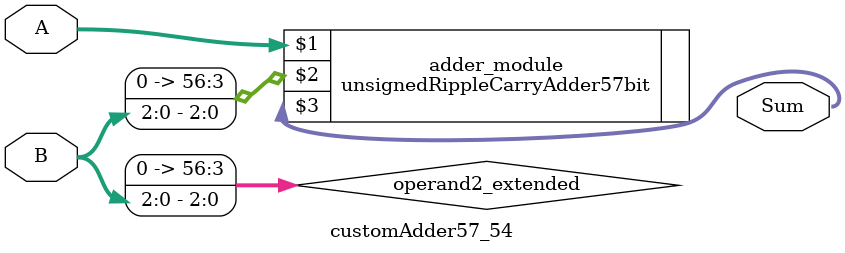
<source format=v>
module customAdder57_54(
                        input [56 : 0] A,
                        input [2 : 0] B,
                        
                        output [57 : 0] Sum
                );

        wire [56 : 0] operand2_extended;
        
        assign operand2_extended =  {54'b0, B};
        
        unsignedRippleCarryAdder57bit adder_module(
            A,
            operand2_extended,
            Sum
        );
        
        endmodule
        
</source>
